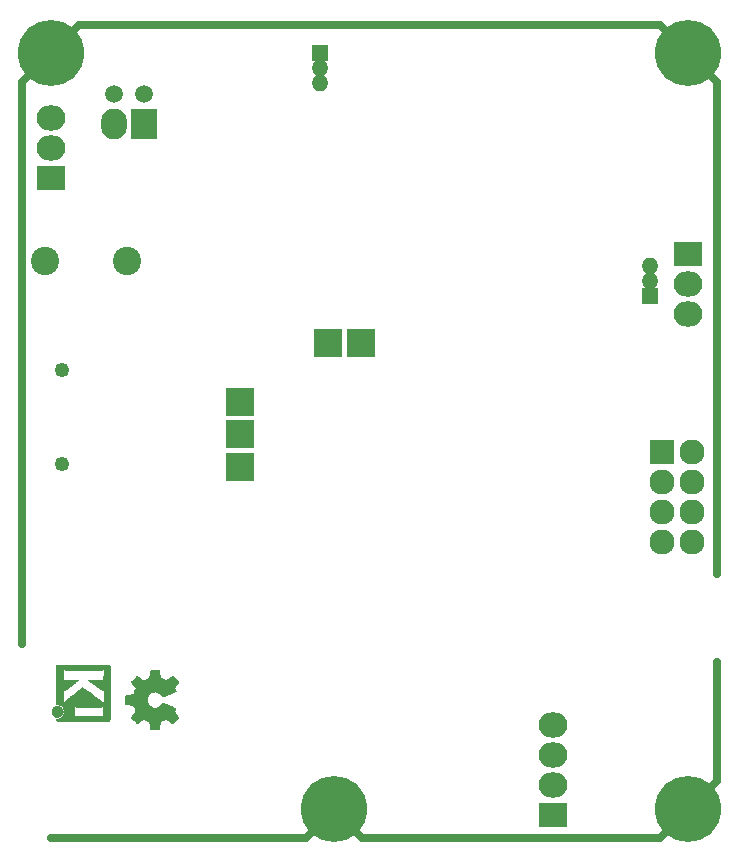
<source format=gbs>
G04 #@! TF.GenerationSoftware,KiCad,Pcbnew,5.1.2-f72e74a~84~ubuntu18.04.1*
G04 #@! TF.CreationDate,2019-06-22T18:56:12+05:30*
G04 #@! TF.ProjectId,mc60,6d633630-2e6b-4696-9361-645f70636258,rev?*
G04 #@! TF.SameCoordinates,PX41cdb40PY7bfa480*
G04 #@! TF.FileFunction,Soldermask,Bot*
G04 #@! TF.FilePolarity,Negative*
%FSLAX46Y46*%
G04 Gerber Fmt 4.6, Leading zero omitted, Abs format (unit mm)*
G04 Created by KiCad (PCBNEW 5.1.2-f72e74a~84~ubuntu18.04.1) date 2019-06-22 18:56:12*
%MOMM*%
%LPD*%
G04 APERTURE LIST*
%ADD10C,0.700000*%
%ADD11C,0.010000*%
%ADD12C,0.002540*%
%ADD13C,1.150000*%
%ADD14C,5.600000*%
%ADD15R,1.400000X1.400000*%
%ADD16O,1.400000X1.400000*%
%ADD17R,2.400000X2.400000*%
%ADD18O,2.432000X2.127200*%
%ADD19R,2.432000X2.127200*%
%ADD20C,1.250000*%
%ADD21C,2.400000*%
%ADD22O,2.127200X2.127200*%
%ADD23R,2.127200X2.127200*%
%ADD24C,1.500000*%
%ADD25R,2.200000X2.600000*%
%ADD26O,2.200000X2.600000*%
G04 APERTURE END LIST*
D10*
X600000Y64600000D02*
X600000Y17000000D01*
X5400000Y69400000D02*
X600000Y64600000D01*
X54600000Y69400000D02*
X5400000Y69400000D01*
X59400000Y64600000D02*
X54600000Y69400000D01*
X59400000Y22900000D02*
X59400000Y64600000D01*
X59400000Y5400001D02*
X59400000Y15500000D01*
X54600000Y600000D02*
X59400000Y5400000D01*
X29400000Y600000D02*
X54600000Y600000D01*
X29400000Y600000D02*
X27000000Y3000000D01*
X27000000Y3000000D02*
X24600000Y600000D01*
X24600000Y600000D02*
X3050000Y600000D01*
D11*
G36*
X3539054Y11896400D02*
G01*
X3652993Y11885535D01*
X3760616Y11853918D01*
X3859615Y11803015D01*
X3947684Y11734293D01*
X4022516Y11649219D01*
X4080384Y11552232D01*
X4120005Y11445964D01*
X4138573Y11338950D01*
X4137434Y11233300D01*
X4117930Y11131125D01*
X4081406Y11034534D01*
X4029205Y10945638D01*
X3962673Y10866546D01*
X3883152Y10799369D01*
X3791987Y10746217D01*
X3690523Y10709199D01*
X3580102Y10690427D01*
X3530206Y10688489D01*
X3442267Y10688489D01*
X3442267Y10636560D01*
X3445111Y10600253D01*
X3456911Y10573355D01*
X3480649Y10546249D01*
X3519031Y10507867D01*
X5710602Y10507867D01*
X5972739Y10507876D01*
X6213241Y10507908D01*
X6433048Y10507972D01*
X6633101Y10508076D01*
X6814344Y10508227D01*
X6977716Y10508434D01*
X7124160Y10508706D01*
X7254617Y10509050D01*
X7370029Y10509474D01*
X7471338Y10509987D01*
X7559484Y10510597D01*
X7635410Y10511312D01*
X7700057Y10512140D01*
X7754367Y10513089D01*
X7799280Y10514167D01*
X7835740Y10515383D01*
X7864687Y10516745D01*
X7887063Y10518261D01*
X7903809Y10519938D01*
X7915868Y10521786D01*
X7924180Y10523813D01*
X7929687Y10526025D01*
X7931537Y10527108D01*
X7938549Y10531271D01*
X7944996Y10534805D01*
X7950900Y10538635D01*
X7956286Y10543682D01*
X7961178Y10550871D01*
X7965598Y10561123D01*
X7969572Y10575364D01*
X7973121Y10594514D01*
X7976270Y10619499D01*
X7979042Y10651240D01*
X7981461Y10690662D01*
X7983551Y10738686D01*
X7985335Y10796237D01*
X7986837Y10864237D01*
X7988080Y10943610D01*
X7989089Y11035279D01*
X7989885Y11140166D01*
X7990494Y11259196D01*
X7990939Y11393290D01*
X7991243Y11543373D01*
X7991430Y11710367D01*
X7991524Y11895196D01*
X7991548Y12098783D01*
X7991525Y12322050D01*
X7991480Y12565922D01*
X7991437Y12831321D01*
X7991432Y12869704D01*
X7991389Y13136682D01*
X7991318Y13382002D01*
X7991213Y13606583D01*
X7991066Y13811345D01*
X7990869Y13997206D01*
X7990616Y14165088D01*
X7990300Y14315908D01*
X7989913Y14450587D01*
X7989447Y14570044D01*
X7988897Y14675199D01*
X7988253Y14766971D01*
X7987511Y14846279D01*
X7986661Y14914043D01*
X7985697Y14971182D01*
X7984611Y15018617D01*
X7983397Y15057266D01*
X7982047Y15088049D01*
X7980555Y15111885D01*
X7978911Y15129694D01*
X7977111Y15142395D01*
X7975145Y15150908D01*
X7973477Y15155266D01*
X7969906Y15163728D01*
X7967270Y15171497D01*
X7964634Y15178602D01*
X7961062Y15185073D01*
X7955621Y15190939D01*
X7947375Y15196229D01*
X7935390Y15200974D01*
X7918731Y15205202D01*
X7896463Y15208943D01*
X7867652Y15212227D01*
X7831363Y15215083D01*
X7786661Y15217540D01*
X7732611Y15219629D01*
X7668279Y15221378D01*
X7592730Y15222817D01*
X7505030Y15223976D01*
X7404243Y15224883D01*
X7289434Y15225569D01*
X7159670Y15226063D01*
X7014015Y15226395D01*
X6851535Y15226593D01*
X6671295Y15226687D01*
X6472360Y15226708D01*
X6253796Y15226685D01*
X6014668Y15226646D01*
X5754040Y15226622D01*
X5711889Y15226622D01*
X5448992Y15226636D01*
X5207732Y15226661D01*
X4987165Y15226671D01*
X4786352Y15226642D01*
X4604349Y15226548D01*
X4440216Y15226362D01*
X4293011Y15226059D01*
X4161792Y15225614D01*
X4051867Y15225034D01*
X4051867Y14922197D01*
X4109711Y14882407D01*
X4125479Y14871236D01*
X4139441Y14861166D01*
X4152784Y14852138D01*
X4166693Y14844097D01*
X4182356Y14836986D01*
X4200958Y14830747D01*
X4223686Y14825325D01*
X4251727Y14820662D01*
X4286267Y14816701D01*
X4328492Y14813385D01*
X4379589Y14810659D01*
X4440744Y14808464D01*
X4513144Y14806745D01*
X4597975Y14805444D01*
X4696422Y14804505D01*
X4809674Y14803870D01*
X4938916Y14803484D01*
X5085334Y14803288D01*
X5250116Y14803227D01*
X5434447Y14803243D01*
X5639513Y14803280D01*
X5762133Y14803289D01*
X5979082Y14803265D01*
X6174642Y14803231D01*
X6349999Y14803243D01*
X6506341Y14803358D01*
X6644857Y14803630D01*
X6766734Y14804118D01*
X6873160Y14804876D01*
X6965322Y14805962D01*
X7044409Y14807431D01*
X7111608Y14809340D01*
X7168107Y14811744D01*
X7215093Y14814701D01*
X7253755Y14818266D01*
X7285280Y14822495D01*
X7310855Y14827446D01*
X7331670Y14833173D01*
X7348911Y14839733D01*
X7363765Y14847183D01*
X7377422Y14855579D01*
X7391069Y14864976D01*
X7405893Y14875432D01*
X7414783Y14881523D01*
X7472400Y14920296D01*
X7472400Y14388732D01*
X7472365Y14265483D01*
X7472215Y14162987D01*
X7471878Y14079420D01*
X7471286Y14012956D01*
X7470367Y13961771D01*
X7469051Y13924041D01*
X7467269Y13897940D01*
X7464951Y13881644D01*
X7462026Y13873328D01*
X7458424Y13871168D01*
X7454075Y13873339D01*
X7452645Y13874535D01*
X7415573Y13899685D01*
X7362772Y13925583D01*
X7300770Y13949192D01*
X7274357Y13957461D01*
X7256416Y13962078D01*
X7235355Y13965979D01*
X7209089Y13969248D01*
X7175532Y13971966D01*
X7132599Y13974215D01*
X7078204Y13976077D01*
X7010262Y13977636D01*
X6926688Y13978972D01*
X6825395Y13980169D01*
X6704300Y13981308D01*
X6659600Y13981685D01*
X6534449Y13982702D01*
X6430082Y13983460D01*
X6344707Y13983903D01*
X6276533Y13983970D01*
X6223765Y13983605D01*
X6184614Y13982748D01*
X6157285Y13981341D01*
X6139986Y13979325D01*
X6130926Y13976643D01*
X6128312Y13973236D01*
X6130351Y13969044D01*
X6134667Y13964571D01*
X6147602Y13954216D01*
X6176676Y13932158D01*
X6219759Y13899957D01*
X6274718Y13859174D01*
X6339423Y13811370D01*
X6411742Y13758105D01*
X6489544Y13700940D01*
X6570698Y13641437D01*
X6653072Y13581155D01*
X6734536Y13521655D01*
X6812957Y13464498D01*
X6886204Y13411245D01*
X6952147Y13363457D01*
X7008654Y13322693D01*
X7053593Y13290516D01*
X7084834Y13268485D01*
X7091466Y13263917D01*
X7128369Y13240996D01*
X7176359Y13214188D01*
X7225897Y13188789D01*
X7232577Y13185568D01*
X7280772Y13163890D01*
X7318334Y13151304D01*
X7354160Y13145574D01*
X7396200Y13144456D01*
X7472400Y13145090D01*
X7472400Y11990651D01*
X7378669Y12081815D01*
X7328775Y12128612D01*
X7272295Y12178899D01*
X7218026Y12224944D01*
X7192673Y12245369D01*
X7153128Y12275807D01*
X7099916Y12315862D01*
X7034667Y12364361D01*
X6959011Y12420135D01*
X6874577Y12482011D01*
X6782994Y12548819D01*
X6685892Y12619387D01*
X6584901Y12692545D01*
X6481650Y12767121D01*
X6377768Y12841944D01*
X6274885Y12915843D01*
X6174631Y12987646D01*
X6078636Y13056184D01*
X5988527Y13120284D01*
X5905936Y13178775D01*
X5832492Y13230486D01*
X5769824Y13274247D01*
X5719561Y13308885D01*
X5683334Y13333230D01*
X5662771Y13346111D01*
X5658668Y13347869D01*
X5647342Y13339910D01*
X5620162Y13319115D01*
X5578829Y13286847D01*
X5525044Y13244470D01*
X5460506Y13193347D01*
X5386918Y13134841D01*
X5305978Y13070314D01*
X5219388Y13001131D01*
X5128848Y12928653D01*
X5036060Y12854246D01*
X4961702Y12794517D01*
X4961702Y11783511D01*
X4974659Y11777602D01*
X4996908Y11763272D01*
X4998391Y11762225D01*
X5028544Y11743438D01*
X5065375Y11723791D01*
X5073511Y11719892D01*
X5081940Y11716356D01*
X5092059Y11713230D01*
X5105260Y11710486D01*
X5122938Y11708092D01*
X5146484Y11706019D01*
X5177293Y11704235D01*
X5216757Y11702712D01*
X5266269Y11701419D01*
X5327223Y11700326D01*
X5401011Y11699403D01*
X5489028Y11698619D01*
X5592665Y11697945D01*
X5713316Y11697350D01*
X5852374Y11696805D01*
X6011232Y11696279D01*
X6190089Y11695745D01*
X6375207Y11695206D01*
X6539145Y11694772D01*
X6683303Y11694509D01*
X6809079Y11694484D01*
X6917871Y11694765D01*
X7011077Y11695419D01*
X7090097Y11696514D01*
X7156328Y11698118D01*
X7211170Y11700297D01*
X7256021Y11703119D01*
X7292278Y11706651D01*
X7321341Y11710961D01*
X7344609Y11716117D01*
X7363479Y11722185D01*
X7379351Y11729233D01*
X7393622Y11737329D01*
X7407691Y11746540D01*
X7420158Y11755040D01*
X7446452Y11772176D01*
X7464037Y11782322D01*
X7467257Y11783511D01*
X7468334Y11772604D01*
X7469335Y11741411D01*
X7470235Y11692223D01*
X7471010Y11627333D01*
X7471637Y11549030D01*
X7472091Y11459607D01*
X7472349Y11361356D01*
X7472400Y11292445D01*
X7472180Y11187452D01*
X7471548Y11090610D01*
X7470549Y11004107D01*
X7469227Y10930132D01*
X7467626Y10870874D01*
X7465791Y10828520D01*
X7463765Y10805260D01*
X7462493Y10801378D01*
X7447591Y10809076D01*
X7439560Y10817074D01*
X7422434Y10830246D01*
X7392183Y10847485D01*
X7367622Y10859407D01*
X7308711Y10886045D01*
X6131845Y10889120D01*
X4954978Y10892195D01*
X4954978Y11337853D01*
X4955142Y11435670D01*
X4955611Y11526064D01*
X4956347Y11606630D01*
X4957316Y11674962D01*
X4958480Y11728656D01*
X4959803Y11765305D01*
X4961249Y11782504D01*
X4961702Y11783511D01*
X4961702Y12794517D01*
X4942722Y12779270D01*
X4850537Y12705090D01*
X4761204Y12633069D01*
X4676424Y12564569D01*
X4597898Y12500955D01*
X4527326Y12443588D01*
X4466409Y12393833D01*
X4416847Y12353052D01*
X4396178Y12335888D01*
X4295516Y12249596D01*
X4212259Y12172997D01*
X4144438Y12104183D01*
X4090089Y12041248D01*
X4082722Y12031867D01*
X4052117Y11992356D01*
X4051867Y13124116D01*
X4099844Y13118827D01*
X4157188Y13122130D01*
X4225463Y13143661D01*
X4305212Y13183635D01*
X4377495Y13228943D01*
X4400140Y13245161D01*
X4437696Y13273214D01*
X4488021Y13311430D01*
X4548973Y13358137D01*
X4618411Y13411661D01*
X4694194Y13470331D01*
X4774180Y13532475D01*
X4856228Y13596421D01*
X4938196Y13660495D01*
X5017943Y13723027D01*
X5093327Y13782343D01*
X5162207Y13836771D01*
X5222442Y13884639D01*
X5271889Y13924275D01*
X5308408Y13954006D01*
X5329858Y13972161D01*
X5333156Y13975220D01*
X5325149Y13978079D01*
X5294855Y13980293D01*
X5242556Y13981857D01*
X5168531Y13982767D01*
X5073063Y13983020D01*
X4956434Y13982613D01*
X4836445Y13981704D01*
X4704333Y13980382D01*
X4592594Y13978857D01*
X4499025Y13976881D01*
X4421419Y13974206D01*
X4357574Y13970582D01*
X4305283Y13965761D01*
X4262344Y13959494D01*
X4226551Y13951532D01*
X4195700Y13941627D01*
X4167586Y13929531D01*
X4140005Y13914993D01*
X4114966Y13900311D01*
X4051867Y13862314D01*
X4051867Y14922197D01*
X4051867Y15225034D01*
X4045617Y15225001D01*
X3943544Y15224195D01*
X3854633Y15223170D01*
X3777941Y15221900D01*
X3712527Y15220360D01*
X3657449Y15218524D01*
X3611765Y15216367D01*
X3574534Y15213863D01*
X3544813Y15210987D01*
X3521662Y15207713D01*
X3504139Y15204015D01*
X3491301Y15199869D01*
X3482208Y15195247D01*
X3475918Y15190126D01*
X3471488Y15184478D01*
X3467978Y15178279D01*
X3464445Y15171504D01*
X3460876Y15165508D01*
X3458300Y15160275D01*
X3455972Y15152099D01*
X3453878Y15139886D01*
X3452007Y15122541D01*
X3450347Y15098969D01*
X3448884Y15068077D01*
X3447608Y15028768D01*
X3446504Y14979950D01*
X3445561Y14920527D01*
X3444767Y14849404D01*
X3444109Y14765488D01*
X3443575Y14667683D01*
X3443153Y14554894D01*
X3442829Y14426029D01*
X3442592Y14279991D01*
X3442430Y14115686D01*
X3442330Y13932020D01*
X3442280Y13727897D01*
X3442267Y13516753D01*
X3442267Y11896400D01*
X3539054Y11896400D01*
X3539054Y11896400D01*
G37*
X3539054Y11896400D02*
X3652993Y11885535D01*
X3760616Y11853918D01*
X3859615Y11803015D01*
X3947684Y11734293D01*
X4022516Y11649219D01*
X4080384Y11552232D01*
X4120005Y11445964D01*
X4138573Y11338950D01*
X4137434Y11233300D01*
X4117930Y11131125D01*
X4081406Y11034534D01*
X4029205Y10945638D01*
X3962673Y10866546D01*
X3883152Y10799369D01*
X3791987Y10746217D01*
X3690523Y10709199D01*
X3580102Y10690427D01*
X3530206Y10688489D01*
X3442267Y10688489D01*
X3442267Y10636560D01*
X3445111Y10600253D01*
X3456911Y10573355D01*
X3480649Y10546249D01*
X3519031Y10507867D01*
X5710602Y10507867D01*
X5972739Y10507876D01*
X6213241Y10507908D01*
X6433048Y10507972D01*
X6633101Y10508076D01*
X6814344Y10508227D01*
X6977716Y10508434D01*
X7124160Y10508706D01*
X7254617Y10509050D01*
X7370029Y10509474D01*
X7471338Y10509987D01*
X7559484Y10510597D01*
X7635410Y10511312D01*
X7700057Y10512140D01*
X7754367Y10513089D01*
X7799280Y10514167D01*
X7835740Y10515383D01*
X7864687Y10516745D01*
X7887063Y10518261D01*
X7903809Y10519938D01*
X7915868Y10521786D01*
X7924180Y10523813D01*
X7929687Y10526025D01*
X7931537Y10527108D01*
X7938549Y10531271D01*
X7944996Y10534805D01*
X7950900Y10538635D01*
X7956286Y10543682D01*
X7961178Y10550871D01*
X7965598Y10561123D01*
X7969572Y10575364D01*
X7973121Y10594514D01*
X7976270Y10619499D01*
X7979042Y10651240D01*
X7981461Y10690662D01*
X7983551Y10738686D01*
X7985335Y10796237D01*
X7986837Y10864237D01*
X7988080Y10943610D01*
X7989089Y11035279D01*
X7989885Y11140166D01*
X7990494Y11259196D01*
X7990939Y11393290D01*
X7991243Y11543373D01*
X7991430Y11710367D01*
X7991524Y11895196D01*
X7991548Y12098783D01*
X7991525Y12322050D01*
X7991480Y12565922D01*
X7991437Y12831321D01*
X7991432Y12869704D01*
X7991389Y13136682D01*
X7991318Y13382002D01*
X7991213Y13606583D01*
X7991066Y13811345D01*
X7990869Y13997206D01*
X7990616Y14165088D01*
X7990300Y14315908D01*
X7989913Y14450587D01*
X7989447Y14570044D01*
X7988897Y14675199D01*
X7988253Y14766971D01*
X7987511Y14846279D01*
X7986661Y14914043D01*
X7985697Y14971182D01*
X7984611Y15018617D01*
X7983397Y15057266D01*
X7982047Y15088049D01*
X7980555Y15111885D01*
X7978911Y15129694D01*
X7977111Y15142395D01*
X7975145Y15150908D01*
X7973477Y15155266D01*
X7969906Y15163728D01*
X7967270Y15171497D01*
X7964634Y15178602D01*
X7961062Y15185073D01*
X7955621Y15190939D01*
X7947375Y15196229D01*
X7935390Y15200974D01*
X7918731Y15205202D01*
X7896463Y15208943D01*
X7867652Y15212227D01*
X7831363Y15215083D01*
X7786661Y15217540D01*
X7732611Y15219629D01*
X7668279Y15221378D01*
X7592730Y15222817D01*
X7505030Y15223976D01*
X7404243Y15224883D01*
X7289434Y15225569D01*
X7159670Y15226063D01*
X7014015Y15226395D01*
X6851535Y15226593D01*
X6671295Y15226687D01*
X6472360Y15226708D01*
X6253796Y15226685D01*
X6014668Y15226646D01*
X5754040Y15226622D01*
X5711889Y15226622D01*
X5448992Y15226636D01*
X5207732Y15226661D01*
X4987165Y15226671D01*
X4786352Y15226642D01*
X4604349Y15226548D01*
X4440216Y15226362D01*
X4293011Y15226059D01*
X4161792Y15225614D01*
X4051867Y15225034D01*
X4051867Y14922197D01*
X4109711Y14882407D01*
X4125479Y14871236D01*
X4139441Y14861166D01*
X4152784Y14852138D01*
X4166693Y14844097D01*
X4182356Y14836986D01*
X4200958Y14830747D01*
X4223686Y14825325D01*
X4251727Y14820662D01*
X4286267Y14816701D01*
X4328492Y14813385D01*
X4379589Y14810659D01*
X4440744Y14808464D01*
X4513144Y14806745D01*
X4597975Y14805444D01*
X4696422Y14804505D01*
X4809674Y14803870D01*
X4938916Y14803484D01*
X5085334Y14803288D01*
X5250116Y14803227D01*
X5434447Y14803243D01*
X5639513Y14803280D01*
X5762133Y14803289D01*
X5979082Y14803265D01*
X6174642Y14803231D01*
X6349999Y14803243D01*
X6506341Y14803358D01*
X6644857Y14803630D01*
X6766734Y14804118D01*
X6873160Y14804876D01*
X6965322Y14805962D01*
X7044409Y14807431D01*
X7111608Y14809340D01*
X7168107Y14811744D01*
X7215093Y14814701D01*
X7253755Y14818266D01*
X7285280Y14822495D01*
X7310855Y14827446D01*
X7331670Y14833173D01*
X7348911Y14839733D01*
X7363765Y14847183D01*
X7377422Y14855579D01*
X7391069Y14864976D01*
X7405893Y14875432D01*
X7414783Y14881523D01*
X7472400Y14920296D01*
X7472400Y14388732D01*
X7472365Y14265483D01*
X7472215Y14162987D01*
X7471878Y14079420D01*
X7471286Y14012956D01*
X7470367Y13961771D01*
X7469051Y13924041D01*
X7467269Y13897940D01*
X7464951Y13881644D01*
X7462026Y13873328D01*
X7458424Y13871168D01*
X7454075Y13873339D01*
X7452645Y13874535D01*
X7415573Y13899685D01*
X7362772Y13925583D01*
X7300770Y13949192D01*
X7274357Y13957461D01*
X7256416Y13962078D01*
X7235355Y13965979D01*
X7209089Y13969248D01*
X7175532Y13971966D01*
X7132599Y13974215D01*
X7078204Y13976077D01*
X7010262Y13977636D01*
X6926688Y13978972D01*
X6825395Y13980169D01*
X6704300Y13981308D01*
X6659600Y13981685D01*
X6534449Y13982702D01*
X6430082Y13983460D01*
X6344707Y13983903D01*
X6276533Y13983970D01*
X6223765Y13983605D01*
X6184614Y13982748D01*
X6157285Y13981341D01*
X6139986Y13979325D01*
X6130926Y13976643D01*
X6128312Y13973236D01*
X6130351Y13969044D01*
X6134667Y13964571D01*
X6147602Y13954216D01*
X6176676Y13932158D01*
X6219759Y13899957D01*
X6274718Y13859174D01*
X6339423Y13811370D01*
X6411742Y13758105D01*
X6489544Y13700940D01*
X6570698Y13641437D01*
X6653072Y13581155D01*
X6734536Y13521655D01*
X6812957Y13464498D01*
X6886204Y13411245D01*
X6952147Y13363457D01*
X7008654Y13322693D01*
X7053593Y13290516D01*
X7084834Y13268485D01*
X7091466Y13263917D01*
X7128369Y13240996D01*
X7176359Y13214188D01*
X7225897Y13188789D01*
X7232577Y13185568D01*
X7280772Y13163890D01*
X7318334Y13151304D01*
X7354160Y13145574D01*
X7396200Y13144456D01*
X7472400Y13145090D01*
X7472400Y11990651D01*
X7378669Y12081815D01*
X7328775Y12128612D01*
X7272295Y12178899D01*
X7218026Y12224944D01*
X7192673Y12245369D01*
X7153128Y12275807D01*
X7099916Y12315862D01*
X7034667Y12364361D01*
X6959011Y12420135D01*
X6874577Y12482011D01*
X6782994Y12548819D01*
X6685892Y12619387D01*
X6584901Y12692545D01*
X6481650Y12767121D01*
X6377768Y12841944D01*
X6274885Y12915843D01*
X6174631Y12987646D01*
X6078636Y13056184D01*
X5988527Y13120284D01*
X5905936Y13178775D01*
X5832492Y13230486D01*
X5769824Y13274247D01*
X5719561Y13308885D01*
X5683334Y13333230D01*
X5662771Y13346111D01*
X5658668Y13347869D01*
X5647342Y13339910D01*
X5620162Y13319115D01*
X5578829Y13286847D01*
X5525044Y13244470D01*
X5460506Y13193347D01*
X5386918Y13134841D01*
X5305978Y13070314D01*
X5219388Y13001131D01*
X5128848Y12928653D01*
X5036060Y12854246D01*
X4961702Y12794517D01*
X4961702Y11783511D01*
X4974659Y11777602D01*
X4996908Y11763272D01*
X4998391Y11762225D01*
X5028544Y11743438D01*
X5065375Y11723791D01*
X5073511Y11719892D01*
X5081940Y11716356D01*
X5092059Y11713230D01*
X5105260Y11710486D01*
X5122938Y11708092D01*
X5146484Y11706019D01*
X5177293Y11704235D01*
X5216757Y11702712D01*
X5266269Y11701419D01*
X5327223Y11700326D01*
X5401011Y11699403D01*
X5489028Y11698619D01*
X5592665Y11697945D01*
X5713316Y11697350D01*
X5852374Y11696805D01*
X6011232Y11696279D01*
X6190089Y11695745D01*
X6375207Y11695206D01*
X6539145Y11694772D01*
X6683303Y11694509D01*
X6809079Y11694484D01*
X6917871Y11694765D01*
X7011077Y11695419D01*
X7090097Y11696514D01*
X7156328Y11698118D01*
X7211170Y11700297D01*
X7256021Y11703119D01*
X7292278Y11706651D01*
X7321341Y11710961D01*
X7344609Y11716117D01*
X7363479Y11722185D01*
X7379351Y11729233D01*
X7393622Y11737329D01*
X7407691Y11746540D01*
X7420158Y11755040D01*
X7446452Y11772176D01*
X7464037Y11782322D01*
X7467257Y11783511D01*
X7468334Y11772604D01*
X7469335Y11741411D01*
X7470235Y11692223D01*
X7471010Y11627333D01*
X7471637Y11549030D01*
X7472091Y11459607D01*
X7472349Y11361356D01*
X7472400Y11292445D01*
X7472180Y11187452D01*
X7471548Y11090610D01*
X7470549Y11004107D01*
X7469227Y10930132D01*
X7467626Y10870874D01*
X7465791Y10828520D01*
X7463765Y10805260D01*
X7462493Y10801378D01*
X7447591Y10809076D01*
X7439560Y10817074D01*
X7422434Y10830246D01*
X7392183Y10847485D01*
X7367622Y10859407D01*
X7308711Y10886045D01*
X6131845Y10889120D01*
X4954978Y10892195D01*
X4954978Y11337853D01*
X4955142Y11435670D01*
X4955611Y11526064D01*
X4956347Y11606630D01*
X4957316Y11674962D01*
X4958480Y11728656D01*
X4959803Y11765305D01*
X4961249Y11782504D01*
X4961702Y11783511D01*
X4961702Y12794517D01*
X4942722Y12779270D01*
X4850537Y12705090D01*
X4761204Y12633069D01*
X4676424Y12564569D01*
X4597898Y12500955D01*
X4527326Y12443588D01*
X4466409Y12393833D01*
X4416847Y12353052D01*
X4396178Y12335888D01*
X4295516Y12249596D01*
X4212259Y12172997D01*
X4144438Y12104183D01*
X4090089Y12041248D01*
X4082722Y12031867D01*
X4052117Y11992356D01*
X4051867Y13124116D01*
X4099844Y13118827D01*
X4157188Y13122130D01*
X4225463Y13143661D01*
X4305212Y13183635D01*
X4377495Y13228943D01*
X4400140Y13245161D01*
X4437696Y13273214D01*
X4488021Y13311430D01*
X4548973Y13358137D01*
X4618411Y13411661D01*
X4694194Y13470331D01*
X4774180Y13532475D01*
X4856228Y13596421D01*
X4938196Y13660495D01*
X5017943Y13723027D01*
X5093327Y13782343D01*
X5162207Y13836771D01*
X5222442Y13884639D01*
X5271889Y13924275D01*
X5308408Y13954006D01*
X5329858Y13972161D01*
X5333156Y13975220D01*
X5325149Y13978079D01*
X5294855Y13980293D01*
X5242556Y13981857D01*
X5168531Y13982767D01*
X5073063Y13983020D01*
X4956434Y13982613D01*
X4836445Y13981704D01*
X4704333Y13980382D01*
X4592594Y13978857D01*
X4499025Y13976881D01*
X4421419Y13974206D01*
X4357574Y13970582D01*
X4305283Y13965761D01*
X4262344Y13959494D01*
X4226551Y13951532D01*
X4195700Y13941627D01*
X4167586Y13929531D01*
X4140005Y13914993D01*
X4114966Y13900311D01*
X4051867Y13862314D01*
X4051867Y14922197D01*
X4051867Y15225034D01*
X4045617Y15225001D01*
X3943544Y15224195D01*
X3854633Y15223170D01*
X3777941Y15221900D01*
X3712527Y15220360D01*
X3657449Y15218524D01*
X3611765Y15216367D01*
X3574534Y15213863D01*
X3544813Y15210987D01*
X3521662Y15207713D01*
X3504139Y15204015D01*
X3491301Y15199869D01*
X3482208Y15195247D01*
X3475918Y15190126D01*
X3471488Y15184478D01*
X3467978Y15178279D01*
X3464445Y15171504D01*
X3460876Y15165508D01*
X3458300Y15160275D01*
X3455972Y15152099D01*
X3453878Y15139886D01*
X3452007Y15122541D01*
X3450347Y15098969D01*
X3448884Y15068077D01*
X3447608Y15028768D01*
X3446504Y14979950D01*
X3445561Y14920527D01*
X3444767Y14849404D01*
X3444109Y14765488D01*
X3443575Y14667683D01*
X3443153Y14554894D01*
X3442829Y14426029D01*
X3442592Y14279991D01*
X3442430Y14115686D01*
X3442330Y13932020D01*
X3442280Y13727897D01*
X3442267Y13516753D01*
X3442267Y11896400D01*
X3539054Y11896400D01*
G36*
X3076571Y11223043D02*
G01*
X3100809Y11126768D01*
X3143641Y11040184D01*
X3203419Y10965373D01*
X3278494Y10904418D01*
X3367220Y10859399D01*
X3463530Y10833136D01*
X3560795Y10827286D01*
X3654654Y10842140D01*
X3742511Y10875840D01*
X3821770Y10926528D01*
X3889836Y10992345D01*
X3944112Y11071434D01*
X3982002Y11161934D01*
X3994426Y11213200D01*
X4001947Y11257698D01*
X4004919Y11291999D01*
X4003094Y11324960D01*
X3996225Y11365434D01*
X3989250Y11398531D01*
X3957741Y11491947D01*
X3906617Y11575619D01*
X3837429Y11647665D01*
X3751728Y11706200D01*
X3724489Y11720148D01*
X3688122Y11736586D01*
X3657582Y11746894D01*
X3625450Y11752460D01*
X3584307Y11754669D01*
X3538222Y11754948D01*
X3453865Y11750861D01*
X3384586Y11737446D01*
X3323961Y11712256D01*
X3265567Y11672846D01*
X3221302Y11634298D01*
X3155484Y11562406D01*
X3110053Y11487313D01*
X3082850Y11404562D01*
X3072576Y11326928D01*
X3076571Y11223043D01*
X3076571Y11223043D01*
G37*
X3076571Y11223043D02*
X3100809Y11126768D01*
X3143641Y11040184D01*
X3203419Y10965373D01*
X3278494Y10904418D01*
X3367220Y10859399D01*
X3463530Y10833136D01*
X3560795Y10827286D01*
X3654654Y10842140D01*
X3742511Y10875840D01*
X3821770Y10926528D01*
X3889836Y10992345D01*
X3944112Y11071434D01*
X3982002Y11161934D01*
X3994426Y11213200D01*
X4001947Y11257698D01*
X4004919Y11291999D01*
X4003094Y11324960D01*
X3996225Y11365434D01*
X3989250Y11398531D01*
X3957741Y11491947D01*
X3906617Y11575619D01*
X3837429Y11647665D01*
X3751728Y11706200D01*
X3724489Y11720148D01*
X3688122Y11736586D01*
X3657582Y11746894D01*
X3625450Y11752460D01*
X3584307Y11754669D01*
X3538222Y11754948D01*
X3453865Y11750861D01*
X3384586Y11737446D01*
X3323961Y11712256D01*
X3265567Y11672846D01*
X3221302Y11634298D01*
X3155484Y11562406D01*
X3110053Y11487313D01*
X3082850Y11404562D01*
X3072576Y11326928D01*
X3076571Y11223043D01*
D12*
G36*
X13795360Y13813840D02*
G01*
X13780120Y13788440D01*
X13744560Y13730020D01*
X13688680Y13646200D01*
X13622640Y13547140D01*
X13556600Y13448080D01*
X13503260Y13366800D01*
X13465160Y13310920D01*
X13452460Y13285520D01*
X13457540Y13272820D01*
X13480400Y13227100D01*
X13515960Y13158520D01*
X13536280Y13117880D01*
X13561680Y13056920D01*
X13569300Y13023900D01*
X13559140Y13018820D01*
X13510880Y12995960D01*
X13429600Y12960400D01*
X13320380Y12914680D01*
X13193380Y12858800D01*
X13058760Y12802920D01*
X12919060Y12744500D01*
X12784440Y12688620D01*
X12665060Y12640360D01*
X12568540Y12599720D01*
X12499960Y12574320D01*
X12472020Y12564160D01*
X12464400Y12566700D01*
X12433920Y12599720D01*
X12393280Y12653060D01*
X12296760Y12772440D01*
X12151980Y12889280D01*
X11986880Y12960400D01*
X11801460Y12983260D01*
X11631280Y12962940D01*
X11468720Y12896900D01*
X11321400Y12782600D01*
X11212180Y12642900D01*
X11143600Y12480340D01*
X11120740Y12300000D01*
X11141060Y12127280D01*
X11207100Y11959640D01*
X11318860Y11812320D01*
X11389980Y11748820D01*
X11539840Y11662460D01*
X11697320Y11614200D01*
X11737960Y11609120D01*
X11913220Y11616740D01*
X12083400Y11667540D01*
X12233260Y11761520D01*
X12357720Y11891060D01*
X12367880Y11906300D01*
X12413600Y11964720D01*
X12444080Y12005360D01*
X12469480Y12035840D01*
X13007960Y11812320D01*
X13091780Y11776760D01*
X13239100Y11715800D01*
X13366100Y11662460D01*
X13467700Y11619280D01*
X13533740Y11588800D01*
X13561680Y11576100D01*
X13564220Y11576100D01*
X13566760Y11555780D01*
X13551520Y11515140D01*
X13515960Y11438940D01*
X13490560Y11390680D01*
X13462620Y11332260D01*
X13452460Y11306860D01*
X13465160Y11284000D01*
X13500720Y11230660D01*
X13554060Y11149380D01*
X13617560Y11052860D01*
X13681060Y10961420D01*
X13736940Y10877600D01*
X13775040Y10816640D01*
X13792820Y10786160D01*
X13792820Y10781080D01*
X13777580Y10755680D01*
X13736940Y10707420D01*
X13668360Y10633760D01*
X13564220Y10529620D01*
X13548980Y10514380D01*
X13462620Y10428020D01*
X13388960Y10359440D01*
X13338160Y10313720D01*
X13315300Y10295940D01*
X13284820Y10311180D01*
X13223860Y10349280D01*
X13137500Y10405160D01*
X13038440Y10473740D01*
X12779360Y10651540D01*
X12535520Y10555020D01*
X12459320Y10524540D01*
X12370420Y10486440D01*
X12304380Y10458500D01*
X12276440Y10443260D01*
X12266280Y10417860D01*
X12251040Y10349280D01*
X12230720Y10252760D01*
X12210400Y10138460D01*
X12190080Y10026700D01*
X12169760Y9927640D01*
X12157060Y9856520D01*
X12149440Y9823500D01*
X12144360Y9815880D01*
X12129120Y9808260D01*
X12096100Y9805720D01*
X12035140Y9803180D01*
X11941160Y9800640D01*
X11801460Y9800640D01*
X11786220Y9800640D01*
X11656680Y9803180D01*
X11550000Y9805720D01*
X11483960Y9808260D01*
X11456020Y9813340D01*
X11448400Y9843820D01*
X11433160Y9914940D01*
X11415380Y10014000D01*
X11392520Y10133380D01*
X11389980Y10141000D01*
X11367120Y10257840D01*
X11346800Y10356900D01*
X11331560Y10428020D01*
X11321400Y10455960D01*
X11313780Y10463580D01*
X11268060Y10486440D01*
X11194400Y10519460D01*
X11105500Y10560100D01*
X11011520Y10598200D01*
X10927700Y10631220D01*
X10866740Y10654080D01*
X10838800Y10661700D01*
X10836260Y10659160D01*
X10808320Y10641380D01*
X10747360Y10600740D01*
X10663540Y10544860D01*
X10561940Y10476280D01*
X10554320Y10471200D01*
X10455260Y10402620D01*
X10368900Y10346740D01*
X10310480Y10311180D01*
X10282540Y10295940D01*
X10280000Y10295940D01*
X10249520Y10318800D01*
X10193640Y10369600D01*
X10117440Y10443260D01*
X10028540Y10529620D01*
X10003140Y10557560D01*
X9906620Y10656620D01*
X9845660Y10722660D01*
X9812640Y10765840D01*
X9805020Y10786160D01*
X9822800Y10816640D01*
X9863440Y10880140D01*
X9921860Y10963960D01*
X9990440Y11065560D01*
X9995520Y11073180D01*
X10064100Y11172240D01*
X10119980Y11256060D01*
X10160620Y11314480D01*
X10175860Y11342420D01*
X10175860Y11344960D01*
X10163160Y11385600D01*
X10137760Y11456720D01*
X10104740Y11545620D01*
X10066640Y11637060D01*
X10031080Y11720880D01*
X10003140Y11784380D01*
X9985360Y11814860D01*
X9949800Y11825020D01*
X9873600Y11842800D01*
X9772000Y11863120D01*
X9650080Y11888520D01*
X9629760Y11891060D01*
X9510380Y11913920D01*
X9411320Y11931700D01*
X9342740Y11946940D01*
X9314800Y11954560D01*
X9312260Y11969800D01*
X9307180Y12028220D01*
X9304640Y12117120D01*
X9304640Y12226340D01*
X9304640Y12338100D01*
X9307180Y12447320D01*
X9309720Y12541300D01*
X9314800Y12609880D01*
X9319880Y12637820D01*
X9322420Y12637820D01*
X9360520Y12647980D01*
X9434180Y12665760D01*
X9538320Y12686080D01*
X9660240Y12708940D01*
X9683100Y12714020D01*
X9799940Y12736880D01*
X9899000Y12757200D01*
X9965040Y12769900D01*
X9992980Y12777520D01*
X9998060Y12790220D01*
X10018380Y12838480D01*
X10051400Y12917220D01*
X10092040Y13016280D01*
X10183480Y13244880D01*
X9992980Y13526820D01*
X9975200Y13552220D01*
X9906620Y13653820D01*
X9850740Y13735100D01*
X9812640Y13793520D01*
X9799940Y13816380D01*
X9799940Y13818920D01*
X9825340Y13846860D01*
X9878680Y13902740D01*
X9952340Y13978940D01*
X10038700Y14067840D01*
X10104740Y14131340D01*
X10183480Y14210080D01*
X10236820Y14258340D01*
X10269840Y14286280D01*
X10290160Y14293900D01*
X10305400Y14291360D01*
X10333340Y14273580D01*
X10394300Y14232940D01*
X10480660Y14174520D01*
X10579720Y14105940D01*
X10663540Y14050060D01*
X10757520Y13989100D01*
X10823560Y13951000D01*
X10856580Y13935760D01*
X10869280Y13940840D01*
X10925160Y13958620D01*
X11008980Y13994180D01*
X11108040Y14034820D01*
X11329020Y14133880D01*
X11356960Y14278660D01*
X11374740Y14367560D01*
X11397600Y14489480D01*
X11420460Y14608860D01*
X11456020Y14791740D01*
X12131660Y14799360D01*
X12144360Y14771420D01*
X12151980Y14743480D01*
X12167220Y14674900D01*
X12187540Y14578380D01*
X12207860Y14461540D01*
X12225640Y14365020D01*
X12245960Y14265960D01*
X12258660Y14194840D01*
X12266280Y14164360D01*
X12276440Y14154200D01*
X12324700Y14131340D01*
X12400900Y14095780D01*
X12492340Y14055140D01*
X12586320Y14017040D01*
X12675220Y13981480D01*
X12741260Y13958620D01*
X12774280Y13948460D01*
X12802220Y13961160D01*
X12860640Y13999260D01*
X12941920Y14052600D01*
X13040980Y14121180D01*
X13137500Y14187220D01*
X13221320Y14245640D01*
X13282280Y14283740D01*
X13310220Y14301520D01*
X13328000Y14291360D01*
X13376260Y14253260D01*
X13452460Y14179600D01*
X13561680Y14067840D01*
X13579460Y14050060D01*
X13663280Y13963700D01*
X13731860Y13890040D01*
X13777580Y13836700D01*
X13795360Y13813840D01*
X13795360Y13813840D01*
G37*
X13795360Y13813840D02*
X13780120Y13788440D01*
X13744560Y13730020D01*
X13688680Y13646200D01*
X13622640Y13547140D01*
X13556600Y13448080D01*
X13503260Y13366800D01*
X13465160Y13310920D01*
X13452460Y13285520D01*
X13457540Y13272820D01*
X13480400Y13227100D01*
X13515960Y13158520D01*
X13536280Y13117880D01*
X13561680Y13056920D01*
X13569300Y13023900D01*
X13559140Y13018820D01*
X13510880Y12995960D01*
X13429600Y12960400D01*
X13320380Y12914680D01*
X13193380Y12858800D01*
X13058760Y12802920D01*
X12919060Y12744500D01*
X12784440Y12688620D01*
X12665060Y12640360D01*
X12568540Y12599720D01*
X12499960Y12574320D01*
X12472020Y12564160D01*
X12464400Y12566700D01*
X12433920Y12599720D01*
X12393280Y12653060D01*
X12296760Y12772440D01*
X12151980Y12889280D01*
X11986880Y12960400D01*
X11801460Y12983260D01*
X11631280Y12962940D01*
X11468720Y12896900D01*
X11321400Y12782600D01*
X11212180Y12642900D01*
X11143600Y12480340D01*
X11120740Y12300000D01*
X11141060Y12127280D01*
X11207100Y11959640D01*
X11318860Y11812320D01*
X11389980Y11748820D01*
X11539840Y11662460D01*
X11697320Y11614200D01*
X11737960Y11609120D01*
X11913220Y11616740D01*
X12083400Y11667540D01*
X12233260Y11761520D01*
X12357720Y11891060D01*
X12367880Y11906300D01*
X12413600Y11964720D01*
X12444080Y12005360D01*
X12469480Y12035840D01*
X13007960Y11812320D01*
X13091780Y11776760D01*
X13239100Y11715800D01*
X13366100Y11662460D01*
X13467700Y11619280D01*
X13533740Y11588800D01*
X13561680Y11576100D01*
X13564220Y11576100D01*
X13566760Y11555780D01*
X13551520Y11515140D01*
X13515960Y11438940D01*
X13490560Y11390680D01*
X13462620Y11332260D01*
X13452460Y11306860D01*
X13465160Y11284000D01*
X13500720Y11230660D01*
X13554060Y11149380D01*
X13617560Y11052860D01*
X13681060Y10961420D01*
X13736940Y10877600D01*
X13775040Y10816640D01*
X13792820Y10786160D01*
X13792820Y10781080D01*
X13777580Y10755680D01*
X13736940Y10707420D01*
X13668360Y10633760D01*
X13564220Y10529620D01*
X13548980Y10514380D01*
X13462620Y10428020D01*
X13388960Y10359440D01*
X13338160Y10313720D01*
X13315300Y10295940D01*
X13284820Y10311180D01*
X13223860Y10349280D01*
X13137500Y10405160D01*
X13038440Y10473740D01*
X12779360Y10651540D01*
X12535520Y10555020D01*
X12459320Y10524540D01*
X12370420Y10486440D01*
X12304380Y10458500D01*
X12276440Y10443260D01*
X12266280Y10417860D01*
X12251040Y10349280D01*
X12230720Y10252760D01*
X12210400Y10138460D01*
X12190080Y10026700D01*
X12169760Y9927640D01*
X12157060Y9856520D01*
X12149440Y9823500D01*
X12144360Y9815880D01*
X12129120Y9808260D01*
X12096100Y9805720D01*
X12035140Y9803180D01*
X11941160Y9800640D01*
X11801460Y9800640D01*
X11786220Y9800640D01*
X11656680Y9803180D01*
X11550000Y9805720D01*
X11483960Y9808260D01*
X11456020Y9813340D01*
X11448400Y9843820D01*
X11433160Y9914940D01*
X11415380Y10014000D01*
X11392520Y10133380D01*
X11389980Y10141000D01*
X11367120Y10257840D01*
X11346800Y10356900D01*
X11331560Y10428020D01*
X11321400Y10455960D01*
X11313780Y10463580D01*
X11268060Y10486440D01*
X11194400Y10519460D01*
X11105500Y10560100D01*
X11011520Y10598200D01*
X10927700Y10631220D01*
X10866740Y10654080D01*
X10838800Y10661700D01*
X10836260Y10659160D01*
X10808320Y10641380D01*
X10747360Y10600740D01*
X10663540Y10544860D01*
X10561940Y10476280D01*
X10554320Y10471200D01*
X10455260Y10402620D01*
X10368900Y10346740D01*
X10310480Y10311180D01*
X10282540Y10295940D01*
X10280000Y10295940D01*
X10249520Y10318800D01*
X10193640Y10369600D01*
X10117440Y10443260D01*
X10028540Y10529620D01*
X10003140Y10557560D01*
X9906620Y10656620D01*
X9845660Y10722660D01*
X9812640Y10765840D01*
X9805020Y10786160D01*
X9822800Y10816640D01*
X9863440Y10880140D01*
X9921860Y10963960D01*
X9990440Y11065560D01*
X9995520Y11073180D01*
X10064100Y11172240D01*
X10119980Y11256060D01*
X10160620Y11314480D01*
X10175860Y11342420D01*
X10175860Y11344960D01*
X10163160Y11385600D01*
X10137760Y11456720D01*
X10104740Y11545620D01*
X10066640Y11637060D01*
X10031080Y11720880D01*
X10003140Y11784380D01*
X9985360Y11814860D01*
X9949800Y11825020D01*
X9873600Y11842800D01*
X9772000Y11863120D01*
X9650080Y11888520D01*
X9629760Y11891060D01*
X9510380Y11913920D01*
X9411320Y11931700D01*
X9342740Y11946940D01*
X9314800Y11954560D01*
X9312260Y11969800D01*
X9307180Y12028220D01*
X9304640Y12117120D01*
X9304640Y12226340D01*
X9304640Y12338100D01*
X9307180Y12447320D01*
X9309720Y12541300D01*
X9314800Y12609880D01*
X9319880Y12637820D01*
X9322420Y12637820D01*
X9360520Y12647980D01*
X9434180Y12665760D01*
X9538320Y12686080D01*
X9660240Y12708940D01*
X9683100Y12714020D01*
X9799940Y12736880D01*
X9899000Y12757200D01*
X9965040Y12769900D01*
X9992980Y12777520D01*
X9998060Y12790220D01*
X10018380Y12838480D01*
X10051400Y12917220D01*
X10092040Y13016280D01*
X10183480Y13244880D01*
X9992980Y13526820D01*
X9975200Y13552220D01*
X9906620Y13653820D01*
X9850740Y13735100D01*
X9812640Y13793520D01*
X9799940Y13816380D01*
X9799940Y13818920D01*
X9825340Y13846860D01*
X9878680Y13902740D01*
X9952340Y13978940D01*
X10038700Y14067840D01*
X10104740Y14131340D01*
X10183480Y14210080D01*
X10236820Y14258340D01*
X10269840Y14286280D01*
X10290160Y14293900D01*
X10305400Y14291360D01*
X10333340Y14273580D01*
X10394300Y14232940D01*
X10480660Y14174520D01*
X10579720Y14105940D01*
X10663540Y14050060D01*
X10757520Y13989100D01*
X10823560Y13951000D01*
X10856580Y13935760D01*
X10869280Y13940840D01*
X10925160Y13958620D01*
X11008980Y13994180D01*
X11108040Y14034820D01*
X11329020Y14133880D01*
X11356960Y14278660D01*
X11374740Y14367560D01*
X11397600Y14489480D01*
X11420460Y14608860D01*
X11456020Y14791740D01*
X12131660Y14799360D01*
X12144360Y14771420D01*
X12151980Y14743480D01*
X12167220Y14674900D01*
X12187540Y14578380D01*
X12207860Y14461540D01*
X12225640Y14365020D01*
X12245960Y14265960D01*
X12258660Y14194840D01*
X12266280Y14164360D01*
X12276440Y14154200D01*
X12324700Y14131340D01*
X12400900Y14095780D01*
X12492340Y14055140D01*
X12586320Y14017040D01*
X12675220Y13981480D01*
X12741260Y13958620D01*
X12774280Y13948460D01*
X12802220Y13961160D01*
X12860640Y13999260D01*
X12941920Y14052600D01*
X13040980Y14121180D01*
X13137500Y14187220D01*
X13221320Y14245640D01*
X13282280Y14283740D01*
X13310220Y14301520D01*
X13328000Y14291360D01*
X13376260Y14253260D01*
X13452460Y14179600D01*
X13561680Y14067840D01*
X13579460Y14050060D01*
X13663280Y13963700D01*
X13731860Y13890040D01*
X13777580Y13836700D01*
X13795360Y13813840D01*
D13*
X55550000Y68450000D03*
X58450000Y68450000D03*
X58450000Y65550000D03*
X55550000Y65550000D03*
X57000000Y64950000D03*
X57000000Y69050000D03*
X54950000Y67000000D03*
X59050000Y67000000D03*
D14*
X57000000Y67000000D03*
D13*
X1550000Y68450000D03*
X4450000Y68450000D03*
X4450000Y65550000D03*
X1550000Y65550000D03*
X3000000Y64950000D03*
X3000000Y69050000D03*
X950000Y67000000D03*
X5050000Y67000000D03*
D14*
X3000000Y67000000D03*
D13*
X55550000Y4450000D03*
X58450000Y4450000D03*
X58450000Y1550000D03*
X55550000Y1550000D03*
X57000000Y950000D03*
X57000000Y5050000D03*
X54950000Y3000000D03*
X59050000Y3000000D03*
D14*
X57000000Y3000000D03*
D13*
X25550000Y4450000D03*
X28450000Y4450000D03*
X28450000Y1550000D03*
X25550000Y1550000D03*
X27000000Y950000D03*
X27000000Y5050000D03*
X24950000Y3000000D03*
X29050000Y3000000D03*
D14*
X27000000Y3000000D03*
D15*
X53750000Y46480000D03*
D16*
X53750000Y47750000D03*
X53750000Y49020000D03*
D15*
X25800000Y67000000D03*
D16*
X25800000Y65730000D03*
X25800000Y64460000D03*
D17*
X26500000Y42500000D03*
X29250000Y42500000D03*
X19000000Y37500000D03*
X19000000Y34750000D03*
X19000000Y32000000D03*
D18*
X3000000Y61540000D03*
X3000000Y59000000D03*
D19*
X3000000Y56460000D03*
D20*
X4000000Y40200000D03*
X4000000Y32200000D03*
D21*
X9500000Y49400000D03*
X2500000Y49400000D03*
D22*
X57290000Y25630000D03*
X54750000Y25630000D03*
X57290000Y28170000D03*
X54750000Y28170000D03*
X57290000Y30710000D03*
X54750000Y30710000D03*
X57290000Y33250000D03*
D23*
X54750000Y33250000D03*
D24*
X8330000Y63540000D03*
X10870000Y63540000D03*
D25*
X10870000Y61000000D03*
D26*
X8330000Y61000000D03*
D18*
X57000000Y44960000D03*
X57000000Y47500000D03*
D19*
X57000000Y50040000D03*
X45500000Y2500000D03*
D18*
X45500000Y5040000D03*
X45500000Y7580000D03*
X45500000Y10120000D03*
M02*

</source>
